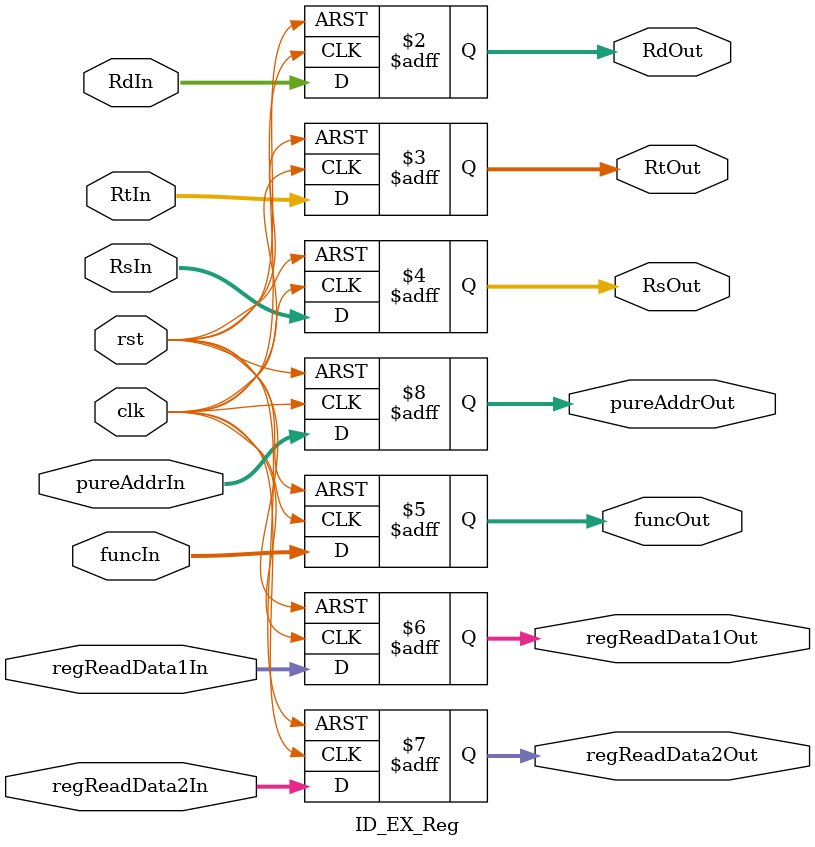
<source format=sv>
module ID_EX_Reg(input clk, rst, input [2:0] RdIn , RtIn , RsIn, input[4:0] funcIn,
  input[7:0] regReadData1In, regReadData2In, pureAddrIn,
  output logic [2:0] RdOut , RtOut , RsOut, output logic [4:0] funcOut,
  output logic[7:0] regReadData1Out, regReadData2Out, pureAddrOut);
	always@(posedge clk,posedge rst)begin
    if(rst) begin
      RdOut <= 3'b0; 
      RtOut <= 3'b0;
      RsOut <= 3'b0;
      funcOut <= 5'b0;
      regReadData1Out <= 8'b0; 
      regReadData2Out <= 8'b0; 
      pureAddrOut <= 12'b0;
    end
    else begin
      RdOut <= RdIn; 
      RtOut <= RtIn;
      RsOut <= RsIn;
      funcOut <= funcIn;
      regReadData1Out <= regReadData1In; 
      regReadData2Out <= regReadData2In; 
      pureAddrOut <= pureAddrIn;
    end
  end
endmodule
</source>
